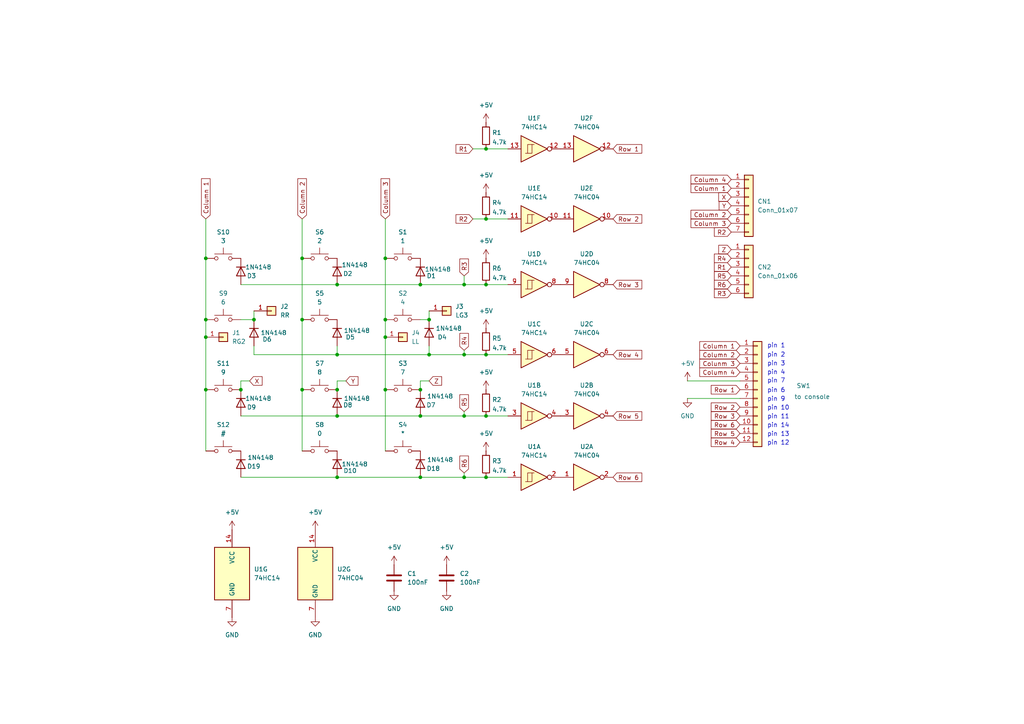
<source format=kicad_sch>
(kicad_sch (version 20250114) (generator "eeschema") (generator_version "9.0")
  (paper "A4")
  (lib_symbols
    (symbol "74xx:74HC04"
      (property "Reference" "U" (at 0 1.27 0))
      (property "Value" "74HC04" (at 0 -1.27 0))
      (symbol "74HC04_1_0"
        (polyline (pts (xy -3.81 3.81) (xy -3.81 -3.81) (xy 3.81 0) (xy -3.81 3.81)) (stroke (width 0.254)) (fill (type background)))
        (pin input line (at -7.62 0 0) (length 3.81) (name "~") (number "1"))
        (pin output inverted (at 7.62 0 180) (length 3.81) (name "~") (number "2"))
      )
      (symbol "74HC04_2_0"
        (polyline (pts (xy -3.81 3.81) (xy -3.81 -3.81) (xy 3.81 0) (xy -3.81 3.81)) (stroke (width 0.254)) (fill (type background)))
        (pin input line (at -7.62 0 0) (length 3.81) (name "~") (number "3"))
        (pin output inverted (at 7.62 0 180) (length 3.81) (name "~") (number "4"))
      )
      (symbol "74HC04_3_0"
        (polyline (pts (xy -3.81 3.81) (xy -3.81 -3.81) (xy 3.81 0) (xy -3.81 3.81)) (stroke (width 0.254)) (fill (type background)))
        (pin input line (at -7.62 0 0) (length 3.81) (name "~") (number "5"))
        (pin output inverted (at 7.62 0 180) (length 3.81) (name "~") (number "6"))
      )
      (symbol "74HC04_4_0"
        (polyline (pts (xy -3.81 3.81) (xy -3.81 -3.81) (xy 3.81 0) (xy -3.81 3.81)) (stroke (width 0.254)) (fill (type background)))
        (pin input line (at -7.62 0 0) (length 3.81) (name "~") (number "9"))
        (pin output inverted (at 7.62 0 180) (length 3.81) (name "~") (number "8"))
      )
      (symbol "74HC04_5_0"
        (polyline (pts (xy -3.81 3.81) (xy -3.81 -3.81) (xy 3.81 0) (xy -3.81 3.81)) (stroke (width 0.254)) (fill (type background)))
        (pin input line (at -7.62 0 0) (length 3.81) (name "~") (number "11"))
        (pin output inverted (at 7.62 0 180) (length 3.81) (name "~") (number "10"))
      )
      (symbol "74HC04_6_0"
        (polyline (pts (xy -3.81 3.81) (xy -3.81 -3.81) (xy 3.81 0) (xy -3.81 3.81)) (stroke (width 0.254)) (fill (type background)))
        (pin input line (at -7.62 0 0) (length 3.81) (name "~") (number "13"))
        (pin output inverted (at 7.62 0 180) (length 3.81) (name "~") (number "12"))
      )
      (symbol "74HC04_7_0"
        (pin power_in line (at 0 12.7 270) (length 5.08) (name "VCC") (number "14"))
        (pin power_in line (at 0 -12.7 90) (length 5.08) (name "GND") (number "7"))
      )
      (symbol "74HC04_7_1"
        (rectangle (start -5.08 7.62) (end 5.08 -7.62) (stroke (width 0.254)) (fill (type background)))
      )
    )
    (symbol "74xx:74HC14" (pin_names (offset 1.016))
      (property "Reference" "U" (at 0 1.27 0))
      (property "Value" "74HC14" (at 0 -1.27 0))
      (symbol "74HC14_1_0"
        (polyline (pts (xy -3.81 3.81) (xy -3.81 -3.81) (xy 3.81 0) (xy -3.81 3.81)) (stroke (width 0.254)) (fill (type background)))
        (pin input line (at -7.62 0 0) (length 3.81) (name "~") (number "1"))
        (pin output inverted (at 7.62 0 180) (length 3.81) (name "~") (number "2"))
      )
      (symbol "74HC14_1_1"
        (polyline (pts (xy -2.54 -1.27) (xy -0.635 -1.27) (xy -0.635 1.27) (xy 0 1.27)))
        (polyline (pts (xy -1.905 -1.27) (xy -1.905 1.27) (xy -0.635 1.27)))
      )
      (symbol "74HC14_2_0"
        (polyline (pts (xy -3.81 3.81) (xy -3.81 -3.81) (xy 3.81 0) (xy -3.81 3.81)) (stroke (width 0.254)) (fill (type background)))
        (pin input line (at -7.62 0 0) (length 3.81) (name "~") (number "3"))
        (pin output inverted (at 7.62 0 180) (length 3.81) (name "~") (number "4"))
      )
      (symbol "74HC14_2_1"
        (polyline (pts (xy -2.54 -1.27) (xy -0.635 -1.27) (xy -0.635 1.27) (xy 0 1.27)))
        (polyline (pts (xy -1.905 -1.27) (xy -1.905 1.27) (xy -0.635 1.27)))
      )
      (symbol "74HC14_3_0"
        (polyline (pts (xy -3.81 3.81) (xy -3.81 -3.81) (xy 3.81 0) (xy -3.81 3.81)) (stroke (width 0.254)) (fill (type background)))
        (pin input line (at -7.62 0 0) (length 3.81) (name "~") (number "5"))
        (pin output inverted (at 7.62 0 180) (length 3.81) (name "~") (number "6"))
      )
      (symbol "74HC14_3_1"
        (polyline (pts (xy -2.54 -1.27) (xy -0.635 -1.27) (xy -0.635 1.27) (xy 0 1.27)))
        (polyline (pts (xy -1.905 -1.27) (xy -1.905 1.27) (xy -0.635 1.27)))
      )
      (symbol "74HC14_4_0"
        (polyline (pts (xy -3.81 3.81) (xy -3.81 -3.81) (xy 3.81 0) (xy -3.81 3.81)) (stroke (width 0.254)) (fill (type background)))
        (pin input line (at -7.62 0 0) (length 3.81) (name "~") (number "9"))
        (pin output inverted (at 7.62 0 180) (length 3.81) (name "~") (number "8"))
      )
      (symbol "74HC14_4_1"
        (polyline (pts (xy -2.54 -1.27) (xy -0.635 -1.27) (xy -0.635 1.27) (xy 0 1.27)))
        (polyline (pts (xy -1.905 -1.27) (xy -1.905 1.27) (xy -0.635 1.27)))
      )
      (symbol "74HC14_5_0"
        (polyline (pts (xy -3.81 3.81) (xy -3.81 -3.81) (xy 3.81 0) (xy -3.81 3.81)) (stroke (width 0.254)) (fill (type background)))
        (pin input line (at -7.62 0 0) (length 3.81) (name "~") (number "11"))
        (pin output inverted (at 7.62 0 180) (length 3.81) (name "~") (number "10"))
      )
      (symbol "74HC14_5_1"
        (polyline (pts (xy -2.54 -1.27) (xy -0.635 -1.27) (xy -0.635 1.27) (xy 0 1.27)))
        (polyline (pts (xy -1.905 -1.27) (xy -1.905 1.27) (xy -0.635 1.27)))
      )
      (symbol "74HC14_6_0"
        (polyline (pts (xy -3.81 3.81) (xy -3.81 -3.81) (xy 3.81 0) (xy -3.81 3.81)) (stroke (width 0.254)) (fill (type background)))
        (pin input line (at -7.62 0 0) (length 3.81) (name "~") (number "13"))
        (pin output inverted (at 7.62 0 180) (length 3.81) (name "~") (number "12"))
      )
      (symbol "74HC14_6_1"
        (polyline (pts (xy -2.54 -1.27) (xy -0.635 -1.27) (xy -0.635 1.27) (xy 0 1.27)))
        (polyline (pts (xy -1.905 -1.27) (xy -1.905 1.27) (xy -0.635 1.27)))
      )
      (symbol "74HC14_7_0"
        (pin power_in line (at 0 12.7 270) (length 5.08) (name "VCC") (number "14"))
        (pin power_in line (at 0 -12.7 90) (length 5.08) (name "GND") (number "7"))
      )
      (symbol "74HC14_7_1"
        (rectangle (start -5.08 7.62) (end 5.08 -7.62) (stroke (width 0.254)) (fill (type background)))
      )
    )
    (symbol "Connector_Generic:Conn_01x01" (pin_names (offset 1.016) (hide yes))
      (property "Reference" "J" (at 0 2.54 0))
      (property "Value" "Conn_01x01" (at 0 -2.54 0))
      (symbol "Conn_01x01_1_1"
        (rectangle (start -1.27 1.27) (end 1.27 -1.27) (stroke (width 0.254)) (fill (type background)))
        (rectangle (start -1.27 0.127) (end 0 -0.127) (stroke (width 0.1524)))
        (pin passive line (at -5.08 0 0) (length 3.81) (name "Pin_1") (number "1"))
      )
    )
    (symbol "Connector_Generic:Conn_01x06" (pin_names (offset 1.016) (hide yes))
      (property "Reference" "J" (at 0 7.62 0))
      (property "Value" "Conn_01x06" (at 0 -10.16 0))
      (symbol "Conn_01x06_1_1"
        (rectangle (start -1.27 6.35) (end 1.27 -8.89) (stroke (width 0.254)) (fill (type background)))
        (rectangle (start -1.27 5.207) (end 0 4.953) (stroke (width 0.1524)))
        (rectangle (start -1.27 2.667) (end 0 2.413) (stroke (width 0.1524)))
        (rectangle (start -1.27 0.127) (end 0 -0.127) (stroke (width 0.1524)))
        (rectangle (start -1.27 -2.413) (end 0 -2.667) (stroke (width 0.1524)))
        (rectangle (start -1.27 -4.953) (end 0 -5.207) (stroke (width 0.1524)))
        (rectangle (start -1.27 -7.493) (end 0 -7.747) (stroke (width 0.1524)))
        (pin passive line (at -5.08 5.08 0) (length 3.81) (name "Pin_1") (number "1"))
        (pin passive line (at -5.08 2.54 0) (length 3.81) (name "Pin_2") (number "2"))
        (pin passive line (at -5.08 0 0) (length 3.81) (name "Pin_3") (number "3"))
        (pin passive line (at -5.08 -2.54 0) (length 3.81) (name "Pin_4") (number "4"))
        (pin passive line (at -5.08 -5.08 0) (length 3.81) (name "Pin_5") (number "5"))
        (pin passive line (at -5.08 -7.62 0) (length 3.81) (name "Pin_6") (number "6"))
      )
    )
    (symbol "Connector_Generic:Conn_01x07" (pin_names (offset 1.016) (hide yes))
      (property "Reference" "J" (at 0 10.16 0))
      (property "Value" "Conn_01x07" (at 0 -10.16 0))
      (symbol "Conn_01x07_1_1"
        (rectangle (start -1.27 8.89) (end 1.27 -8.89) (stroke (width 0.254)) (fill (type background)))
        (rectangle (start -1.27 7.747) (end 0 7.493) (stroke (width 0.1524)))
        (rectangle (start -1.27 5.207) (end 0 4.953) (stroke (width 0.1524)))
        (rectangle (start -1.27 2.667) (end 0 2.413) (stroke (width 0.1524)))
        (rectangle (start -1.27 0.127) (end 0 -0.127) (stroke (width 0.1524)))
        (rectangle (start -1.27 -2.413) (end 0 -2.667) (stroke (width 0.1524)))
        (rectangle (start -1.27 -4.953) (end 0 -5.207) (stroke (width 0.1524)))
        (rectangle (start -1.27 -7.493) (end 0 -7.747) (stroke (width 0.1524)))
        (pin passive line (at -5.08 7.62 0) (length 3.81) (name "Pin_1") (number "1"))
        (pin passive line (at -5.08 5.08 0) (length 3.81) (name "Pin_2") (number "2"))
        (pin passive line (at -5.08 2.54 0) (length 3.81) (name "Pin_3") (number "3"))
        (pin passive line (at -5.08 0 0) (length 3.81) (name "Pin_4") (number "4"))
        (pin passive line (at -5.08 -2.54 0) (length 3.81) (name "Pin_5") (number "5"))
        (pin passive line (at -5.08 -5.08 0) (length 3.81) (name "Pin_6") (number "6"))
        (pin passive line (at -5.08 -7.62 0) (length 3.81) (name "Pin_7") (number "7"))
      )
    )
    (symbol "Connector_Generic:Conn_01x12" (pin_names (offset 1.016) (hide yes))
      (property "Reference" "J" (at 0 15.24 0))
      (property "Value" "Conn_01x12" (at 0 -17.78 0))
      (symbol "Conn_01x12_1_1"
        (rectangle (start -1.27 13.97) (end 1.27 -16.51) (stroke (width 0.254)) (fill (type background)))
        (rectangle (start -1.27 12.827) (end 0 12.573) (stroke (width 0.1524)))
        (rectangle (start -1.27 10.287) (end 0 10.033) (stroke (width 0.1524)))
        (rectangle (start -1.27 7.747) (end 0 7.493) (stroke (width 0.1524)))
        (rectangle (start -1.27 5.207) (end 0 4.953) (stroke (width 0.1524)))
        (rectangle (start -1.27 2.667) (end 0 2.413) (stroke (width 0.1524)))
        (rectangle (start -1.27 0.127) (end 0 -0.127) (stroke (width 0.1524)))
        (rectangle (start -1.27 -2.413) (end 0 -2.667) (stroke (width 0.1524)))
        (rectangle (start -1.27 -4.953) (end 0 -5.207) (stroke (width 0.1524)))
        (rectangle (start -1.27 -7.493) (end 0 -7.747) (stroke (width 0.1524)))
        (rectangle (start -1.27 -10.033) (end 0 -10.287) (stroke (width 0.1524)))
        (rectangle (start -1.27 -12.573) (end 0 -12.827) (stroke (width 0.1524)))
        (rectangle (start -1.27 -15.113) (end 0 -15.367) (stroke (width 0.1524)))
        (pin passive line (at -5.08 12.7 0) (length 3.81) (name "Pin_1") (number "1"))
        (pin passive line (at -5.08 10.16 0) (length 3.81) (name "Pin_2") (number "2"))
        (pin passive line (at -5.08 7.62 0) (length 3.81) (name "Pin_3") (number "3"))
        (pin passive line (at -5.08 5.08 0) (length 3.81) (name "Pin_4") (number "4"))
        (pin passive line (at -5.08 2.54 0) (length 3.81) (name "Pin_5") (number "5"))
        (pin passive line (at -5.08 0 0) (length 3.81) (name "Pin_6") (number "6"))
        (pin passive line (at -5.08 -2.54 0) (length 3.81) (name "Pin_7") (number "7"))
        (pin passive line (at -5.08 -5.08 0) (length 3.81) (name "Pin_8") (number "8"))
        (pin passive line (at -5.08 -7.62 0) (length 3.81) (name "Pin_9") (number "9"))
        (pin passive line (at -5.08 -10.16 0) (length 3.81) (name "Pin_10") (number "10"))
        (pin passive line (at -5.08 -12.7 0) (length 3.81) (name "Pin_11") (number "11"))
        (pin passive line (at -5.08 -15.24 0) (length 3.81) (name "Pin_12") (number "12"))
      )
    )
    (symbol "Device:C" (pin_numbers (hide yes)) (pin_names (offset 0.254))
      (property "Reference" "C" (at 0.635 2.54 0))
      (property "Value" "C" (at 0.635 -2.54 0))
      (symbol "C_0_1"
        (polyline (pts (xy -2.032 0.762) (xy 2.032 0.762)) (stroke (width 0.508)))
        (polyline (pts (xy -2.032 -0.762) (xy 2.032 -0.762)) (stroke (width 0.508)))
      )
      (symbol "C_1_1"
        (pin passive line (at 0 3.81 270) (length 2.794) (name "~") (number "1"))
        (pin passive line (at 0 -3.81 90) (length 2.794) (name "~") (number "2"))
      )
    )
    (symbol "Device:R" (pin_numbers (hide yes)) (pin_names (offset 0))
      (property "Reference" "R" (at 2.032 0 90))
      (property "Value" "R" (at 0 0 90))
      (symbol "R_0_1"
        (rectangle (start -1.016 -2.54) (end 1.016 2.54) (stroke (width 0.254)))
      )
      (symbol "R_1_1"
        (pin passive line (at 0 3.81 270) (length 1.27) (name "~") (number "1"))
        (pin passive line (at 0 -3.81 90) (length 1.27) (name "~") (number "2"))
      )
    )
    (symbol "Diode:1N4148" (pin_numbers (hide yes)) (pin_names (offset 1.016) (hide yes))
      (property "Reference" "D" (at 0 2.54 0))
      (property "Value" "1N4148" (at 0 -2.54 0))
      (symbol "1N4148_0_1"
        (polyline (pts (xy -1.27 1.27) (xy -1.27 -1.27)) (stroke (width 0.254)))
        (polyline (pts (xy 1.27 1.27) (xy 1.27 -1.27) (xy -1.27 0) (xy 1.27 1.27)) (stroke (width 0.254)))
        (polyline (pts (xy 1.27 0) (xy -1.27 0)))
      )
      (symbol "1N4148_1_1"
        (pin passive line (at -3.81 0 0) (length 2.54) (name "K") (number "1"))
        (pin passive line (at 3.81 0 180) (length 2.54) (name "A") (number "2"))
      )
    )
    (symbol "Switch:SW_Push" (pin_numbers (hide yes)) (pin_names (offset 1.016) (hide yes))
      (property "Reference" "SW" (at 1.27 2.54 0))
      (property "Value" "SW_Push" (at 0 -1.524 0))
      (symbol "SW_Push_0_1"
        (circle (center -2.032 0) (radius 0.508))
        (polyline (pts (xy 0 1.27) (xy 0 3.048)))
        (circle (center 2.032 0) (radius 0.508))
        (polyline (pts (xy 2.54 1.27) (xy -2.54 1.27)))
        (pin passive line (at -5.08 0 0) (length 2.54) (name "1") (number "1"))
        (pin passive line (at 5.08 0 180) (length 2.54) (name "2") (number "2"))
      )
    )
    (symbol "power:+5V" (power) (pin_numbers (hide yes)) (pin_names (offset 0) (hide yes))
      (property "Value" "+5V" (at 0 3.556 0))
      (symbol "+5V_0_1"
        (polyline (pts (xy -0.762 1.27) (xy 0 2.54)))
        (polyline (pts (xy 0 2.54) (xy 0.762 1.27)))
        (polyline (pts (xy 0 0) (xy 0 2.54)))
      )
      (symbol "+5V_1_1"
        (pin power_in line (at 0 0 90) (length 0) (name "~") (number "1"))
      )
    )
    (symbol "power:GND" (power) (pin_numbers (hide yes)) (pin_names (offset 0) (hide yes))
      (property "Value" "GND" (at 0 -3.81 0))
      (symbol "GND_0_1"
        (polyline (pts (xy 0 0) (xy 0 -1.27) (xy 1.27 -1.27) (xy 0 -2.54) (xy -1.27 -1.27) (xy 0 -1.27)))
      )
      (symbol "GND_1_1"
        (pin power_in line (at 0 0 270) (length 0) (name "~") (number "1"))
      )
    )
  )
  (text "pin 3" (at 222.504 106.299 0) (effects (font (size 1.27 1.27)) (justify left bottom)))
  (text "pin 11" (at 222.504 121.666 0) (effects (font (size 1.27 1.27)) (justify left bottom)))
  (text "pin 14" (at 222.504 124.206 0) (effects (font (size 1.27 1.27)) (justify left bottom)))
  (text "pin 1" (at 222.504 101.092 0) (effects (font (size 1.27 1.27)) (justify left bottom)))
  (text "pin 12" (at 222.504 129.286 0) (effects (font (size 1.27 1.27)) (justify left bottom)))
  (text "pin 7" (at 222.504 111.252 0) (effects (font (size 1.27 1.27)) (justify left bottom)))
  (text "pin 13" (at 222.504 126.746 0) (effects (font (size 1.27 1.27)) (justify left bottom)))
  (text "pin 6" (at 222.504 114.046 0) (effects (font (size 1.27 1.27)) (justify left bottom)))
  (text "pin 9" (at 222.504 116.586 0) (effects (font (size 1.27 1.27)) (justify left bottom)))
  (text "pin 4" (at 222.504 108.839 0) (effects (font (size 1.27 1.27)) (justify left bottom)))
  (text "pin 10" (at 222.504 119.126 0) (effects (font (size 1.27 1.27)) (justify left bottom)))
  (text "pin 2" (at 222.504 103.759 0) (effects (font (size 1.27 1.27)) (justify left bottom)))
  (junction (at 124.46 92.71))
  (junction (at 140.97 102.87))
  (junction (at 87.63 92.71))
  (junction (at 111.76 113.03))
  (junction (at 134.62 120.65))
  (junction (at 111.76 92.71))
  (junction (at 97.79 138.43))
  (junction (at 134.62 82.55))
  (junction (at 69.85 113.03))
  (junction (at 140.97 82.55))
  (junction (at 59.69 113.03))
  (junction (at 87.63 74.93))
  (junction (at 140.97 63.5))
  (junction (at 140.97 120.65))
  (junction (at 121.92 120.65))
  (junction (at 97.79 113.03))
  (junction (at 121.92 113.03))
  (junction (at 134.62 138.43))
  (junction (at 124.46 102.87))
  (junction (at 73.66 92.71))
  (junction (at 59.69 74.93))
  (junction (at 59.69 92.71))
  (junction (at 121.92 82.55))
  (junction (at 97.79 82.55))
  (junction (at 121.92 138.43))
  (junction (at 111.76 74.93))
  (junction (at 87.63 113.03))
  (junction (at 111.76 97.79))
  (junction (at 140.97 43.18))
  (junction (at 97.79 120.65))
  (junction (at 134.62 102.87))
  (junction (at 140.97 138.43))
  (junction (at 59.69 97.79))
  (junction (at 97.79 102.87))
  (wire (pts (xy 87.63 74.93) (xy 87.63 92.71)))
  (wire (pts (xy 97.79 120.65) (xy 121.92 120.65)))
  (wire (pts (xy 100.33 110.49) (xy 97.79 110.49)))
  (wire (pts (xy 69.85 92.71) (xy 73.66 92.71)))
  (wire (pts (xy 59.69 130.81) (xy 59.69 113.03)))
  (wire (pts (xy 111.76 74.93) (xy 111.76 92.71)))
  (wire (pts (xy 134.62 119.38) (xy 134.62 120.65)))
  (wire (pts (xy 124.46 100.33) (xy 124.46 102.87)))
  (wire (pts (xy 140.97 82.55) (xy 147.32 82.55)))
  (wire (pts (xy 134.62 137.16) (xy 134.62 138.43)))
  (wire (pts (xy 134.62 120.65) (xy 140.97 120.65)))
  (wire (pts (xy 121.92 110.49) (xy 121.92 113.03)))
  (wire (pts (xy 140.97 63.5) (xy 147.32 63.5)))
  (wire (pts (xy 140.97 138.43) (xy 147.32 138.43)))
  (wire (pts (xy 124.46 110.49) (xy 121.92 110.49)))
  (wire (pts (xy 199.39 115.57) (xy 214.63 115.57)))
  (wire (pts (xy 59.69 63.5) (xy 59.69 74.93)))
  (wire (pts (xy 97.79 102.87) (xy 97.79 100.33)))
  (wire (pts (xy 121.92 92.71) (xy 124.46 92.71)))
  (wire (pts (xy 134.62 102.87) (xy 134.62 101.6)))
  (wire (pts (xy 111.76 63.5) (xy 111.76 74.93)))
  (wire (pts (xy 134.62 80.01) (xy 134.62 82.55)))
  (wire (pts (xy 97.79 102.87) (xy 124.46 102.87)))
  (wire (pts (xy 111.76 97.79) (xy 111.76 113.03)))
  (wire (pts (xy 59.69 97.79) (xy 59.69 113.03)))
  (wire (pts (xy 73.66 102.87) (xy 73.66 100.33)))
  (wire (pts (xy 137.16 63.5) (xy 140.97 63.5)))
  (wire (pts (xy 97.79 110.49) (xy 97.79 113.03)))
  (wire (pts (xy 134.62 102.87) (xy 140.97 102.87)))
  (wire (pts (xy 140.97 43.18) (xy 147.32 43.18)))
  (wire (pts (xy 59.69 74.93) (xy 59.69 92.71)))
  (wire (pts (xy 69.85 120.65) (xy 97.79 120.65)))
  (wire (pts (xy 134.62 138.43) (xy 121.92 138.43)))
  (wire (pts (xy 124.46 90.17) (xy 124.46 92.71)))
  (wire (pts (xy 87.63 63.5) (xy 87.63 74.93)))
  (wire (pts (xy 121.92 82.55) (xy 134.62 82.55)))
  (wire (pts (xy 134.62 82.55) (xy 140.97 82.55)))
  (wire (pts (xy 87.63 113.03) (xy 87.63 130.81)))
  (wire (pts (xy 134.62 138.43) (xy 140.97 138.43)))
  (wire (pts (xy 140.97 102.87) (xy 147.32 102.87)))
  (wire (pts (xy 111.76 113.03) (xy 111.76 130.81)))
  (wire (pts (xy 59.69 92.71) (xy 59.69 97.79)))
  (wire (pts (xy 87.63 92.71) (xy 87.63 113.03)))
  (wire (pts (xy 69.85 110.49) (xy 69.85 113.03)))
  (wire (pts (xy 124.46 102.87) (xy 134.62 102.87)))
  (wire (pts (xy 140.97 120.65) (xy 147.32 120.65)))
  (wire (pts (xy 69.85 82.55) (xy 97.79 82.55)))
  (wire (pts (xy 199.39 110.49) (xy 214.63 110.49)))
  (wire (pts (xy 72.39 110.49) (xy 69.85 110.49)))
  (wire (pts (xy 73.66 90.17) (xy 73.66 92.71)))
  (wire (pts (xy 137.16 43.18) (xy 140.97 43.18)))
  (wire (pts (xy 73.66 102.87) (xy 97.79 102.87)))
  (wire (pts (xy 69.85 138.43) (xy 97.79 138.43)))
  (wire (pts (xy 134.62 120.65) (xy 121.92 120.65)))
  (wire (pts (xy 111.76 92.71) (xy 111.76 97.79)))
  (wire (pts (xy 97.79 82.55) (xy 121.92 82.55)))
  (wire (pts (xy 97.79 138.43) (xy 121.92 138.43)))
  (global_label "Z" (shape input) (at 124.46 110.49 0) (property "Intersheetrefs" "${INTERSHEET_REFS}" (effects (hide yes))))
  (global_label "Column 2" (shape input) (at 87.63 63.5 90) (property "Intersheetrefs" "${INTERSHEET_REFS}" (effects (hide yes))))
  (global_label "Row 4" (shape input) (at 177.8 102.87 0) (property "Intersheetrefs" "${INTERSHEET_REFS}" (effects (hide yes))))
  (global_label "Row 1" (shape input) (at 214.63 113.03 180) (property "Intersheetrefs" "${INTERSHEET_REFS}" (effects (hide yes))))
  (global_label "Column 4" (shape input) (at 214.63 107.95 180) (property "Intersheetrefs" "${INTERSHEET_REFS}" (effects (hide yes))))
  (global_label "Row 3" (shape input) (at 177.8 82.55 0) (property "Intersheetrefs" "${INTERSHEET_REFS}" (effects (hide yes))))
  (global_label "Row 4" (shape input) (at 214.63 128.27 180) (property "Intersheetrefs" "${INTERSHEET_REFS}" (effects (hide yes))))
  (global_label "R5" (shape input) (at 134.62 119.38 90) (property "Intersheetrefs" "${INTERSHEET_REFS}" (effects (hide yes))))
  (global_label "R3" (shape input) (at 134.62 80.01 90) (property "Intersheetrefs" "${INTERSHEET_REFS}" (effects (hide yes))))
  (global_label "Row 5" (shape input) (at 177.8 120.65 0) (property "Intersheetrefs" "${INTERSHEET_REFS}" (effects (hide yes))))
  (global_label "R6" (shape input) (at 134.62 137.16 90) (property "Intersheetrefs" "${INTERSHEET_REFS}" (effects (hide yes))))
  (global_label "R1" (shape input) (at 212.09 77.47 180) (property "Intersheetrefs" "${INTERSHEET_REFS}" (effects (hide yes))))
  (global_label "Column 1" (shape input) (at 214.63 100.33 180) (property "Intersheetrefs" "${INTERSHEET_REFS}" (effects (hide yes))))
  (global_label "Colunm 3" (shape input) (at 111.76 63.5 90) (property "Intersheetrefs" "${INTERSHEET_REFS}" (effects (hide yes))))
  (global_label "Colunm 3" (shape input) (at 214.63 105.41 180) (property "Intersheetrefs" "${INTERSHEET_REFS}" (effects (hide yes))))
  (global_label "Column 4" (shape input) (at 212.09 52.07 180) (property "Intersheetrefs" "${INTERSHEET_REFS}" (effects (hide yes))))
  (global_label "Row 6" (shape input) (at 177.8 138.43 0) (property "Intersheetrefs" "${INTERSHEET_REFS}" (effects (hide yes))))
  (global_label "Row 6" (shape input) (at 214.63 123.19 180) (property "Intersheetrefs" "${INTERSHEET_REFS}" (effects (hide yes))))
  (global_label "Column 2" (shape input) (at 214.63 102.87 180) (property "Intersheetrefs" "${INTERSHEET_REFS}" (effects (hide yes))))
  (global_label "Column 2" (shape input) (at 212.09 62.23 180) (property "Intersheetrefs" "${INTERSHEET_REFS}" (effects (hide yes))))
  (global_label "R4" (shape input) (at 212.09 74.93 180) (property "Intersheetrefs" "${INTERSHEET_REFS}" (effects (hide yes))))
  (global_label "Z" (shape input) (at 212.09 72.39 180) (property "Intersheetrefs" "${INTERSHEET_REFS}" (effects (hide yes))))
  (global_label "Row 2" (shape input) (at 177.8 63.5 0) (property "Intersheetrefs" "${INTERSHEET_REFS}" (effects (hide yes))))
  (global_label "Row 1" (shape input) (at 177.8 43.18 0) (property "Intersheetrefs" "${INTERSHEET_REFS}" (effects (hide yes))))
  (global_label "X" (shape input) (at 212.09 57.15 180) (property "Intersheetrefs" "${INTERSHEET_REFS}" (effects (hide yes))))
  (global_label "R5" (shape input) (at 212.09 80.01 180) (property "Intersheetrefs" "${INTERSHEET_REFS}" (effects (hide yes))))
  (global_label "Column 1" (shape input) (at 59.69 63.5 90) (property "Intersheetrefs" "${INTERSHEET_REFS}" (effects (hide yes))))
  (global_label "Column 1" (shape input) (at 212.09 54.61 180) (property "Intersheetrefs" "${INTERSHEET_REFS}" (effects (hide yes))))
  (global_label "R2" (shape input) (at 137.16 63.5 180) (property "Intersheetrefs" "${INTERSHEET_REFS}" (effects (hide yes))))
  (global_label "Row 5" (shape input) (at 214.63 125.73 180) (property "Intersheetrefs" "${INTERSHEET_REFS}" (effects (hide yes))))
  (global_label "R1" (shape input) (at 137.16 43.18 180) (property "Intersheetrefs" "${INTERSHEET_REFS}" (effects (hide yes))))
  (global_label "Y" (shape input) (at 100.33 110.49 0) (property "Intersheetrefs" "${INTERSHEET_REFS}" (effects (hide yes))))
  (global_label "Y" (shape input) (at 212.09 59.69 180) (property "Intersheetrefs" "${INTERSHEET_REFS}" (effects (hide yes))))
  (global_label "R2" (shape input) (at 212.09 67.31 180) (property "Intersheetrefs" "${INTERSHEET_REFS}" (effects (hide yes))))
  (global_label "Row 2" (shape input) (at 214.63 118.11 180) (property "Intersheetrefs" "${INTERSHEET_REFS}" (effects (hide yes))))
  (global_label "R6" (shape input) (at 212.09 82.55 180) (property "Intersheetrefs" "${INTERSHEET_REFS}" (effects (hide yes))))
  (global_label "R4" (shape input) (at 134.62 101.6 90) (property "Intersheetrefs" "${INTERSHEET_REFS}" (effects (hide yes))))
  (global_label "R3" (shape input) (at 212.09 85.09 180) (property "Intersheetrefs" "${INTERSHEET_REFS}" (effects (hide yes))))
  (global_label "Colunm 3" (shape input) (at 212.09 64.77 180) (property "Intersheetrefs" "${INTERSHEET_REFS}" (effects (hide yes))))
  (global_label "Row 3" (shape input) (at 214.63 120.65 180) (property "Intersheetrefs" "${INTERSHEET_REFS}" (effects (hide yes))))
  (global_label "X" (shape input) (at 72.39 110.49 0) (property "Intersheetrefs" "${INTERSHEET_REFS}" (effects (hide yes))))
  (symbol (lib_id "Diode:1N4148") (at 121.92 78.74 270) (unit 1)
    (property "Reference" "D1" (at 125.095 80.01 90))
    (property "Value" "1N4148" (at 127 78.105 90))
    (property "Footprint" "Evan's parts:D_DO-35_SOD27_P9.50mm_Horizontal" (effects (hide yes)))
    (property "Datasheet" "https://assets.nexperia.com/documents/data-sheet/1N4148_1N4448.pdf" (effects (hide yes)))
  )
  (symbol (lib_id "Diode:1N4148") (at 97.79 96.52 270) (unit 1)
    (property "Reference" "D5" (at 101.6 97.79 90))
    (property "Value" "1N4148" (at 103.505 95.885 90))
    (property "Footprint" "Evan's parts:D_DO-35_SOD27_P9.50mm_Horizontal" (effects (hide yes)))
    (property "Datasheet" "https://assets.nexperia.com/documents/data-sheet/1N4148_1N4448.pdf" (effects (hide yes)))
  )
  (symbol (lib_id "74xx:74HC04") (at 91.44 166.37 0) (unit 7)
    (property "Reference" "U2" (at 97.79 165.0999 0) (effects (justify left)))
    (property "Value" "74HC04" (at 97.79 167.6399 0) (effects (justify left)))
    (property "Footprint" "Package_DIP:DIP-14_W7.62mm" (effects (hide yes)))
    (property "Datasheet" "https://assets.nexperia.com/documents/data-sheet/74HC_HCT04.pdf" (effects (hide yes)))
    (property "Description" "Hex Inverter" (effects (hide yes)))
  )
  (symbol (lib_id "74xx:74HC14") (at 154.94 43.18 0) (unit 6)
    (property "Reference" "U1" (at 154.94 34.29 0))
    (property "Value" "74HC14" (at 154.94 36.83 0))
    (property "Footprint" "Package_DIP:DIP-14_W7.62mm" (effects (hide yes)))
    (property "Datasheet" "http://www.ti.com/lit/gpn/sn74HC14" (effects (hide yes)))
    (property "Description" "Hex inverter schmitt trigger" (effects (hide yes)))
  )
  (symbol (lib_id "power:+5V") (at 91.44 153.67 0) (unit 1)
    (property "Reference" "#PWR06" (effects (hide yes)))
    (property "Value" "+5V" (at 91.44 148.59 0))
    (property "Description" "Power symbol creates a global label with name \"+5V\"" (effects (hide yes)))
  )
  (symbol (lib_id "Device:R") (at 140.97 116.84 0) (unit 1)
    (property "Reference" "R2" (at 142.748 115.9315 0) (effects (justify left)))
    (property "Value" "4.7k" (at 142.748 118.7066 0) (effects (justify left)))
    (property "Footprint" "Resistor_THT:R_Axial_DIN0207_L6.3mm_D2.5mm_P2.54mm_Vertical" (effects (hide yes)))
  )
  (symbol (lib_id "power:+5V") (at 140.97 130.81 0) (unit 1)
    (property "Reference" "#PWR013" (effects (hide yes)))
    (property "Value" "+5V" (at 140.97 125.73 0))
    (property "Description" "Power symbol creates a global label with name \"+5V\"" (effects (hide yes)))
  )
  (symbol (lib_id "power:+5V") (at 140.97 74.93 0) (unit 1)
    (property "Reference" "#PWR016" (effects (hide yes)))
    (property "Value" "+5V" (at 140.97 69.85 0))
    (property "Description" "Power symbol creates a global label with name \"+5V\"" (effects (hide yes)))
  )
  (symbol (lib_id "Switch:SW_Push") (at 92.71 130.81 0) (unit 1)
    (property "Reference" "S8" (at 92.71 123.19 0))
    (property "Value" "0" (at 92.71 125.73 0))
    (property "Footprint" "Evan's parts:jaguar pro keypad" (effects (hide yes)))
  )
  (symbol (lib_id "74xx:74HC14") (at 154.94 82.55 0) (unit 4)
    (property "Reference" "U1" (at 154.94 73.66 0))
    (property "Value" "74HC14" (at 154.94 76.2 0))
    (property "Footprint" "Package_DIP:DIP-14_W7.62mm" (effects (hide yes)))
    (property "Datasheet" "http://www.ti.com/lit/gpn/sn74HC14" (effects (hide yes)))
    (property "Description" "Hex inverter schmitt trigger" (effects (hide yes)))
  )
  (symbol (lib_id "power:+5V") (at 67.31 153.67 0) (unit 1)
    (property "Reference" "#PWR05" (effects (hide yes)))
    (property "Value" "+5V" (at 67.31 148.59 0))
    (property "Description" "Power symbol creates a global label with name \"+5V\"" (effects (hide yes)))
  )
  (symbol (lib_id "Switch:SW_Push") (at 92.71 74.93 0) (mirror y) (unit 1)
    (property "Reference" "S6" (at 92.71 67.31 0))
    (property "Value" "2" (at 92.71 69.85 0))
    (property "Footprint" "Evan's parts:jaguar pro keypad" (effects (hide yes)))
  )
  (symbol (lib_id "power:+5V") (at 140.97 35.56 0) (unit 1)
    (property "Reference" "#PWR011" (effects (hide yes)))
    (property "Value" "+5V" (at 140.97 30.48 0))
    (property "Description" "Power symbol creates a global label with name \"+5V\"" (effects (hide yes)))
  )
  (symbol (lib_id "power:GND") (at 199.39 115.57 0) (unit 1)
    (property "Reference" "#PWR010" (effects (hide yes)))
    (property "Value" "GND" (at 199.39 120.65 0))
    (property "Description" "Power symbol creates a global label with name \"GND\" , ground" (effects (hide yes)))
  )
  (symbol (lib_id "power:+5V") (at 140.97 113.03 0) (unit 1)
    (property "Reference" "#PWR012" (effects (hide yes)))
    (property "Value" "+5V" (at 140.97 107.95 0))
    (property "Description" "Power symbol creates a global label with name \"+5V\"" (effects (hide yes)))
  )
  (symbol (lib_id "Diode:1N4148") (at 121.92 116.84 270) (unit 1)
    (property "Reference" "D7" (at 126.365 117.475 90) (effects (justify right)))
    (property "Value" "1N4148" (at 131.445 114.935 90) (effects (justify right)))
    (property "Footprint" "Evan's parts:D_DO-35_SOD27_P9.50mm_Horizontal" (effects (hide yes)))
    (property "Datasheet" "https://assets.nexperia.com/documents/data-sheet/1N4148_1N4448.pdf" (effects (hide yes)))
  )
  (symbol (lib_id "Switch:SW_Push") (at 116.84 113.03 0) (unit 1)
    (property "Reference" "S3" (at 116.84 105.41 0))
    (property "Value" "7" (at 116.84 107.95 0))
    (property "Footprint" "Evan's parts:jaguar pro keypad" (effects (hide yes)))
  )
  (symbol (lib_id "Device:R") (at 140.97 59.69 0) (unit 1)
    (property "Reference" "R4" (at 142.748 58.7815 0) (effects (justify left)))
    (property "Value" "4.7k" (at 142.748 61.5566 0) (effects (justify left)))
    (property "Footprint" "Evan's parts:R_Axial_DIN0204_L3.6mm_D1.6mm_P12.89mm_Horizontal" (effects (hide yes)))
  )
  (symbol (lib_id "Device:R") (at 140.97 78.74 0) (unit 1)
    (property "Reference" "R6" (at 142.748 77.8315 0) (effects (justify left)))
    (property "Value" "4.7k" (at 142.748 80.6066 0) (effects (justify left)))
    (property "Footprint" "Evan's parts:R_Axial_DIN0204_L3.6mm_D1.6mm_P12.89mm_Horizontal" (effects (hide yes)))
  )
  (symbol (lib_id "Diode:1N4148") (at 97.79 78.74 270) (unit 1)
    (property "Reference" "D2" (at 102.235 79.375 90) (effects (justify right)))
    (property "Value" "1N4148" (at 106.68 76.835 90) (effects (justify right)))
    (property "Footprint" "Evan's parts:D_DO-35_SOD27_P9.50mm_Horizontal" (effects (hide yes)))
    (property "Datasheet" "https://assets.nexperia.com/documents/data-sheet/1N4148_1N4448.pdf" (effects (hide yes)))
  )
  (symbol (lib_id "power:+5V") (at 129.54 163.83 0) (unit 1)
    (property "Reference" "#PWR08" (effects (hide yes)))
    (property "Value" "+5V" (at 129.54 158.75 0))
    (property "Description" "Power symbol creates a global label with name \"+5V\"" (effects (hide yes)))
  )
  (symbol (lib_id "power:GND") (at 91.44 179.07 0) (unit 1)
    (property "Reference" "#PWR04" (effects (hide yes)))
    (property "Value" "GND" (at 91.44 184.15 0))
    (property "Description" "Power symbol creates a global label with name \"GND\" , ground" (effects (hide yes)))
  )
  (symbol (lib_id "74xx:74HC04") (at 170.18 63.5 0) (unit 5)
    (property "Reference" "U2" (at 170.18 54.61 0))
    (property "Value" "74HC04" (at 170.18 57.15 0))
    (property "Footprint" "Package_DIP:DIP-14_W7.62mm" (effects (hide yes)))
    (property "Datasheet" "https://assets.nexperia.com/documents/data-sheet/74HC_HCT04.pdf" (effects (hide yes)))
    (property "Description" "Hex Inverter" (effects (hide yes)))
  )
  (symbol (lib_id "Connector_Generic:Conn_01x06") (at 217.17 77.47 0) (unit 1)
    (property "Reference" "CN2" (at 219.71 77.4699 0) (effects (justify left)))
    (property "Value" "Conn_01x06" (at 219.71 80.0099 0) (effects (justify left)))
    (property "Footprint" "Connector_PinHeader_2.00mm:PinHeader_1x06_P2.00mm_Vertical" (effects (hide yes)))
    (property "Description" "Generic connector, single row, 01x06, script generated (kicad-library-utils/schlib/autogen/connector/)" (effects (hide yes)))
  )
  (symbol (lib_id "power:+5V") (at 140.97 95.25 0) (unit 1)
    (property "Reference" "#PWR015" (effects (hide yes)))
    (property "Value" "+5V" (at 140.97 90.17 0))
    (property "Description" "Power symbol creates a global label with name \"+5V\"" (effects (hide yes)))
  )
  (symbol (lib_id "74xx:74HC14") (at 67.31 166.37 0) (unit 7)
    (property "Reference" "U1" (at 73.66 165.0999 0) (effects (justify left)))
    (property "Value" "74HC14" (at 73.66 167.6399 0) (effects (justify left)))
    (property "Footprint" "Package_DIP:DIP-14_W7.62mm" (effects (hide yes)))
    (property "Datasheet" "http://www.ti.com/lit/gpn/sn74HC14" (effects (hide yes)))
    (property "Description" "Hex inverter schmitt trigger" (effects (hide yes)))
  )
  (symbol (lib_id "74xx:74HC04") (at 170.18 120.65 0) (unit 2)
    (property "Reference" "U2" (at 170.18 111.76 0))
    (property "Value" "74HC04" (at 170.18 114.3 0))
    (property "Footprint" "Package_DIP:DIP-14_W7.62mm" (effects (hide yes)))
    (property "Datasheet" "https://assets.nexperia.com/documents/data-sheet/74HC_HCT04.pdf" (effects (hide yes)))
    (property "Description" "Hex Inverter" (effects (hide yes)))
  )
  (symbol (lib_id "74xx:74HC04") (at 170.18 102.87 0) (unit 3)
    (property "Reference" "U2" (at 170.18 93.98 0))
    (property "Value" "74HC04" (at 170.18 96.52 0))
    (property "Footprint" "Package_DIP:DIP-14_W7.62mm" (effects (hide yes)))
    (property "Datasheet" "https://assets.nexperia.com/documents/data-sheet/74HC_HCT04.pdf" (effects (hide yes)))
    (property "Description" "Hex Inverter" (effects (hide yes)))
  )
  (symbol (lib_id "Connector_Generic:Conn_01x12") (at 219.71 113.03 0) (unit 1)
    (property "Reference" "SW1" (at 231.013 111.887 0) (effects (justify left)))
    (property "Value" "to console" (at 230.378 115.062 0) (effects (justify left)))
    (property "Footprint" "Connector_PinHeader_2.54mm:PinHeader_1x12_P2.54mm_Vertical" (effects (hide yes)))
  )
  (symbol (lib_id "74xx:74HC14") (at 154.94 63.5 0) (unit 5)
    (property "Reference" "U1" (at 154.94 54.61 0))
    (property "Value" "74HC14" (at 154.94 57.15 0))
    (property "Footprint" "Package_DIP:DIP-14_W7.62mm" (effects (hide yes)))
    (property "Datasheet" "http://www.ti.com/lit/gpn/sn74HC14" (effects (hide yes)))
    (property "Description" "Hex inverter schmitt trigger" (effects (hide yes)))
  )
  (symbol (lib_id "74xx:74HC14") (at 154.94 138.43 0) (unit 1)
    (property "Reference" "U1" (at 154.94 129.54 0))
    (property "Value" "74HC14" (at 154.94 132.08 0))
    (property "Footprint" "Package_DIP:DIP-14_W7.62mm" (effects (hide yes)))
    (property "Datasheet" "http://www.ti.com/lit/gpn/sn74HC14" (effects (hide yes)))
    (property "Description" "Hex inverter schmitt trigger" (effects (hide yes)))
  )
  (symbol (lib_id "Diode:1N4148") (at 73.66 96.52 270) (unit 1)
    (property "Reference" "D6" (at 77.47 98.425 90))
    (property "Value" "1N4148" (at 79.375 96.52 90))
    (property "Footprint" "Evan's parts:D_DO-35_SOD27_P9.50mm_Horizontal" (effects (hide yes)))
    (property "Datasheet" "https://assets.nexperia.com/documents/data-sheet/1N4148_1N4448.pdf" (effects (hide yes)))
  )
  (symbol (lib_id "74xx:74HC04") (at 170.18 43.18 0) (unit 6)
    (property "Reference" "U2" (at 170.18 34.29 0))
    (property "Value" "74HC04" (at 170.18 36.83 0))
    (property "Footprint" "Package_DIP:DIP-14_W7.62mm" (effects (hide yes)))
    (property "Datasheet" "https://assets.nexperia.com/documents/data-sheet/74HC_HCT04.pdf" (effects (hide yes)))
    (property "Description" "Hex Inverter" (effects (hide yes)))
  )
  (symbol (lib_id "Connector_Generic:Conn_01x01") (at 78.74 90.17 0) (unit 1)
    (property "Reference" "J2" (at 81.28 88.8999 0) (effects (justify left)))
    (property "Value" "RR" (at 81.28 91.4399 0) (effects (justify left)))
    (property "Footprint" "Connector_PinSocket_2.00mm:PinSocket_1x01_P2.00mm_Vertical" (effects (hide yes)))
    (property "Description" "Generic connector, single row, 01x01, script generated (kicad-library-utils/schlib/autogen/connector/)" (effects (hide yes)))
  )
  (symbol (lib_id "Diode:1N4148") (at 69.85 134.62 270) (unit 1)
    (property "Reference" "D19" (at 75.565 135.255 90) (effects (justify right)))
    (property "Value" "1N4148" (at 79.375 132.715 90) (effects (justify right)))
    (property "Footprint" "Evan's parts:D_DO-35_SOD27_P9.50mm_Horizontal" (effects (hide yes)))
    (property "Datasheet" "https://assets.nexperia.com/documents/data-sheet/1N4148_1N4448.pdf" (effects (hide yes)))
  )
  (symbol (lib_id "Device:R") (at 140.97 134.62 0) (unit 1)
    (property "Reference" "R3" (at 142.748 133.7115 0) (effects (justify left)))
    (property "Value" "4.7k" (at 142.748 136.4866 0) (effects (justify left)))
    (property "Footprint" "Resistor_THT:R_Axial_DIN0207_L6.3mm_D2.5mm_P2.54mm_Vertical" (effects (hide yes)))
  )
  (symbol (lib_id "Connector_Generic:Conn_01x07") (at 217.17 59.69 0) (unit 1)
    (property "Reference" "CN1" (at 219.71 58.4199 0) (effects (justify left)))
    (property "Value" "Conn_01x07" (at 219.71 60.9599 0) (effects (justify left)))
    (property "Footprint" "Connector_PinHeader_2.00mm:PinHeader_1x07_P2.00mm_Vertical" (effects (hide yes)))
    (property "Description" "Generic connector, single row, 01x07, script generated (kicad-library-utils/schlib/autogen/connector/)" (effects (hide yes)))
  )
  (symbol (lib_id "Switch:SW_Push") (at 116.84 130.81 0) (unit 1)
    (property "Reference" "S4" (at 116.84 123.19 0))
    (property "Value" "*" (at 116.84 125.73 0))
    (property "Footprint" "Evan's parts:jaguar pro keypad" (effects (hide yes)))
  )
  (symbol (lib_id "Switch:SW_Push") (at 92.71 92.71 0) (mirror y) (unit 1)
    (property "Reference" "S5" (at 92.71 85.09 0))
    (property "Value" "5" (at 92.71 87.63 0))
    (property "Footprint" "Evan's parts:jaguar pro keypad" (effects (hide yes)))
  )
  (symbol (lib_id "power:GND") (at 129.54 171.45 0) (unit 1)
    (property "Reference" "#PWR02" (effects (hide yes)))
    (property "Value" "GND" (at 129.54 176.53 0))
    (property "Description" "Power symbol creates a global label with name \"GND\" , ground" (effects (hide yes)))
  )
  (symbol (lib_id "74xx:74HC14") (at 154.94 120.65 0) (unit 2)
    (property "Reference" "U1" (at 154.94 111.76 0))
    (property "Value" "74HC14" (at 154.94 114.3 0))
    (property "Footprint" "Package_DIP:DIP-14_W7.62mm" (effects (hide yes)))
    (property "Datasheet" "http://www.ti.com/lit/gpn/sn74HC14" (effects (hide yes)))
    (property "Description" "Hex inverter schmitt trigger" (effects (hide yes)))
  )
  (symbol (lib_id "74xx:74HC14") (at 154.94 102.87 0) (unit 3)
    (property "Reference" "U1" (at 154.94 93.98 0))
    (property "Value" "74HC14" (at 154.94 96.52 0))
    (property "Footprint" "Package_DIP:DIP-14_W7.62mm" (effects (hide yes)))
    (property "Datasheet" "http://www.ti.com/lit/gpn/sn74HC14" (effects (hide yes)))
    (property "Description" "Hex inverter schmitt trigger" (effects (hide yes)))
  )
  (symbol (lib_id "Switch:SW_Push") (at 116.84 92.71 0) (mirror y) (unit 1)
    (property "Reference" "S2" (at 116.84 85.09 0))
    (property "Value" "4" (at 116.84 87.63 0))
    (property "Footprint" "Evan's parts:jaguar pro keypad" (effects (hide yes)))
  )
  (symbol (lib_id "Device:R") (at 140.97 39.37 0) (unit 1)
    (property "Reference" "R1" (at 142.748 38.4615 0) (effects (justify left)))
    (property "Value" "4.7k" (at 142.748 41.2366 0) (effects (justify left)))
    (property "Footprint" "Resistor_THT:R_Axial_DIN0207_L6.3mm_D2.5mm_P2.54mm_Vertical" (effects (hide yes)))
  )
  (symbol (lib_id "Switch:SW_Push") (at 64.77 113.03 0) (unit 1)
    (property "Reference" "S11" (at 64.77 105.41 0))
    (property "Value" "9" (at 64.77 107.95 0))
    (property "Footprint" "Evan's parts:jaguar pro keypad" (effects (hide yes)))
  )
  (symbol (lib_id "Connector_Generic:Conn_01x01") (at 116.84 97.79 0) (unit 1)
    (property "Reference" "J4" (at 119.38 96.5199 0) (effects (justify left)))
    (property "Value" "LL" (at 119.38 99.0599 0) (effects (justify left)))
    (property "Footprint" "Connector_PinSocket_2.00mm:PinSocket_1x01_P2.00mm_Vertical" (effects (hide yes)))
    (property "Description" "Generic connector, single row, 01x01, script generated (kicad-library-utils/schlib/autogen/connector/)" (effects (hide yes)))
  )
  (symbol (lib_id "Connector_Generic:Conn_01x01") (at 64.77 97.79 0) (unit 1)
    (property "Reference" "J1" (at 67.31 96.5199 0) (effects (justify left)))
    (property "Value" "RG2" (at 67.31 99.0599 0) (effects (justify left)))
    (property "Footprint" "Connector_PinSocket_2.00mm:PinSocket_1x01_P2.00mm_Vertical" (effects (hide yes)))
    (property "Description" "Generic connector, single row, 01x01, script generated (kicad-library-utils/schlib/autogen/connector/)" (effects (hide yes)))
  )
  (symbol (lib_id "Switch:SW_Push") (at 92.71 113.03 0) (unit 1)
    (property "Reference" "S7" (at 92.71 105.41 0))
    (property "Value" "8" (at 92.71 107.95 0))
    (property "Footprint" "Evan's parts:jaguar pro keypad" (effects (hide yes)))
  )
  (symbol (lib_id "Device:C") (at 129.54 167.64 0) (unit 1)
    (property "Reference" "C2" (at 133.35 166.3699 0) (effects (justify left)))
    (property "Value" "100nF" (at 133.35 168.9099 0) (effects (justify left)))
    (property "Footprint" "Capacitor_THT:C_Disc_D4.3mm_W1.9mm_P5.00mm" (effects (hide yes)))
    (property "Description" "Unpolarized capacitor" (effects (hide yes)))
  )
  (symbol (lib_id "Connector_Generic:Conn_01x01") (at 129.54 90.17 0) (unit 1)
    (property "Reference" "J3" (at 132.08 88.8999 0) (effects (justify left)))
    (property "Value" "LG3" (at 132.08 91.4399 0) (effects (justify left)))
    (property "Footprint" "Connector_PinSocket_2.00mm:PinSocket_1x01_P2.00mm_Vertical" (effects (hide yes)))
    (property "Description" "Generic connector, single row, 01x01, script generated (kicad-library-utils/schlib/autogen/connector/)" (effects (hide yes)))
  )
  (symbol (lib_id "Diode:1N4148") (at 121.92 134.62 270) (unit 1)
    (property "Reference" "D18" (at 127.635 135.89 90) (effects (justify right)))
    (property "Value" "1N4148" (at 131.445 133.35 90) (effects (justify right)))
    (property "Footprint" "Evan's parts:D_DO-35_SOD27_P9.50mm_Horizontal" (effects (hide yes)))
    (property "Datasheet" "https://assets.nexperia.com/documents/data-sheet/1N4148_1N4448.pdf" (effects (hide yes)))
  )
  (symbol (lib_id "Diode:1N4148") (at 124.46 96.52 270) (unit 1)
    (property "Reference" "D4" (at 128.27 97.79 90))
    (property "Value" "1N4148" (at 130.175 95.25 90))
    (property "Footprint" "Evan's parts:D_DO-35_SOD27_P9.50mm_Horizontal" (effects (hide yes)))
    (property "Datasheet" "https://assets.nexperia.com/documents/data-sheet/1N4148_1N4448.pdf" (effects (hide yes)))
  )
  (symbol (lib_id "power:GND") (at 114.3 171.45 0) (unit 1)
    (property "Reference" "#PWR01" (effects (hide yes)))
    (property "Value" "GND" (at 114.3 176.53 0))
    (property "Description" "Power symbol creates a global label with name \"GND\" , ground" (effects (hide yes)))
  )
  (symbol (lib_id "Switch:SW_Push") (at 64.77 92.71 0) (mirror y) (unit 1)
    (property "Reference" "S9" (at 64.77 85.09 0))
    (property "Value" "6" (at 64.77 87.63 0))
    (property "Footprint" "Evan's parts:jaguar pro keypad" (effects (hide yes)))
  )
  (symbol (lib_id "Diode:1N4148") (at 69.85 116.84 270) (unit 1)
    (property "Reference" "D9" (at 74.295 118.11 90) (effects (justify right)))
    (property "Value" "1N4148" (at 78.74 115.57 90) (effects (justify right)))
    (property "Footprint" "Evan's parts:D_DO-35_SOD27_P9.50mm_Horizontal" (effects (hide yes)))
    (property "Datasheet" "https://assets.nexperia.com/documents/data-sheet/1N4148_1N4448.pdf" (effects (hide yes)))
  )
  (symbol (lib_id "Switch:SW_Push") (at 116.84 74.93 0) (unit 1)
    (property "Reference" "S1" (at 116.84 67.31 0))
    (property "Value" "1" (at 116.84 69.85 0))
    (property "Footprint" "Evan's parts:jaguar pro keypad" (effects (hide yes)))
  )
  (symbol (lib_id "power:+5V") (at 140.97 55.88 0) (unit 1)
    (property "Reference" "#PWR014" (effects (hide yes)))
    (property "Value" "+5V" (at 140.97 50.8 0))
    (property "Description" "Power symbol creates a global label with name \"+5V\"" (effects (hide yes)))
  )
  (symbol (lib_id "Device:R") (at 140.97 99.06 0) (unit 1)
    (property "Reference" "R5" (at 142.748 98.1515 0) (effects (justify left)))
    (property "Value" "4.7k" (at 142.748 100.9266 0) (effects (justify left)))
    (property "Footprint" "Evan's parts:R_Axial_DIN0204_L3.6mm_D1.6mm_P12.89mm_Horizontal" (effects (hide yes)))
  )
  (symbol (lib_id "Switch:SW_Push") (at 64.77 74.93 0) (unit 1)
    (property "Reference" "S10" (at 64.77 67.31 0))
    (property "Value" "3" (at 64.77 69.85 0))
    (property "Footprint" "Evan's parts:jaguar pro keypad" (effects (hide yes)))
  )
  (symbol (lib_id "74xx:74HC04") (at 170.18 138.43 0) (unit 1)
    (property "Reference" "U2" (at 170.18 129.54 0))
    (property "Value" "74HC04" (at 170.18 132.08 0))
    (property "Footprint" "Package_DIP:DIP-14_W7.62mm" (effects (hide yes)))
    (property "Datasheet" "https://assets.nexperia.com/documents/data-sheet/74HC_HCT04.pdf" (effects (hide yes)))
    (property "Description" "Hex Inverter" (effects (hide yes)))
  )
  (symbol (lib_id "Switch:SW_Push") (at 64.77 130.81 0) (unit 1)
    (property "Reference" "S12" (at 64.77 123.19 0))
    (property "Value" "#" (at 64.77 125.73 0))
    (property "Footprint" "Evan's parts:jaguar pro keypad" (effects (hide yes)))
  )
  (symbol (lib_id "Diode:1N4148") (at 97.79 116.84 270) (unit 1)
    (property "Reference" "D8" (at 102.235 117.475 90) (effects (justify right)))
    (property "Value" "1N4148" (at 107.315 115.57 90) (effects (justify right)))
    (property "Footprint" "Evan's parts:D_DO-35_SOD27_P9.50mm_Horizontal" (effects (hide yes)))
    (property "Datasheet" "https://assets.nexperia.com/documents/data-sheet/1N4148_1N4448.pdf" (effects (hide yes)))
  )
  (symbol (lib_id "Diode:1N4148") (at 97.79 134.62 270) (unit 1)
    (property "Reference" "D10" (at 103.505 136.525 90) (effects (justify right)))
    (property "Value" "1N4148" (at 106.68 134.62 90) (effects (justify right)))
    (property "Footprint" "Evan's parts:D_DO-35_SOD27_P9.50mm_Horizontal" (effects (hide yes)))
    (property "Datasheet" "https://assets.nexperia.com/documents/data-sheet/1N4148_1N4448.pdf" (effects (hide yes)))
  )
  (symbol (lib_id "power:+5V") (at 114.3 163.83 0) (unit 1)
    (property "Reference" "#PWR07" (effects (hide yes)))
    (property "Value" "+5V" (at 114.3 158.75 0))
    (property "Description" "Power symbol creates a global label with name \"+5V\"" (effects (hide yes)))
  )
  (symbol (lib_id "74xx:74HC04") (at 170.18 82.55 0) (unit 4)
    (property "Reference" "U2" (at 170.18 73.66 0))
    (property "Value" "74HC04" (at 170.18 76.2 0))
    (property "Footprint" "Package_DIP:DIP-14_W7.62mm" (effects (hide yes)))
    (property "Datasheet" "https://assets.nexperia.com/documents/data-sheet/74HC_HCT04.pdf" (effects (hide yes)))
    (property "Description" "Hex Inverter" (effects (hide yes)))
  )
  (symbol (lib_id "power:GND") (at 67.31 179.07 0) (unit 1)
    (property "Reference" "#PWR03" (effects (hide yes)))
    (property "Value" "GND" (at 67.31 184.15 0))
    (property "Description" "Power symbol creates a global label with name \"GND\" , ground" (effects (hide yes)))
  )
  (symbol (lib_id "Device:C") (at 114.3 167.64 0) (unit 1)
    (property "Reference" "C1" (at 118.11 166.3699 0) (effects (justify left)))
    (property "Value" "100nF" (at 118.11 168.9099 0) (effects (justify left)))
    (property "Footprint" "Capacitor_THT:C_Disc_D4.3mm_W1.9mm_P5.00mm" (effects (hide yes)))
    (property "Description" "Unpolarized capacitor" (effects (hide yes)))
  )
  (symbol (lib_id "Diode:1N4148") (at 69.85 78.74 270) (unit 1)
    (property "Reference" "D3" (at 74.295 80.01 90) (effects (justify right)))
    (property "Value" "1N4148" (at 78.74 77.47 90) (effects (justify right)))
    (property "Footprint" "Evan's parts:D_DO-35_SOD27_P9.50mm_Horizontal" (effects (hide yes)))
    (property "Datasheet" "https://assets.nexperia.com/documents/data-sheet/1N4148_1N4448.pdf" (effects (hide yes)))
  )
  (symbol (lib_id "power:+5V") (at 199.39 110.49 0) (unit 1)
    (property "Reference" "#PWR09" (effects (hide yes)))
    (property "Value" "+5V" (at 199.39 105.41 0))
    (property "Description" "Power symbol creates a global label with name \"+5V\"" (effects (hide yes)))
  )
)
</source>
